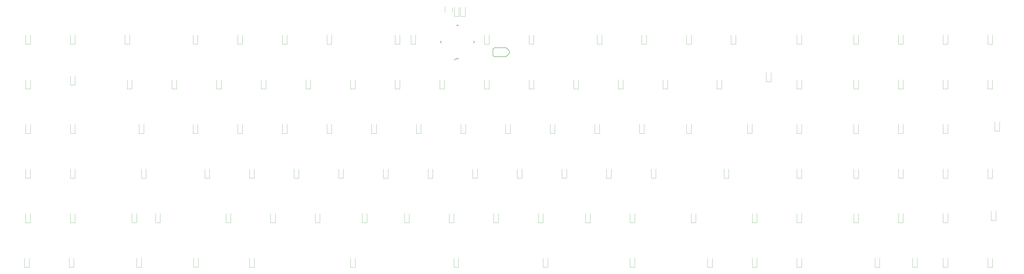
<source format=gbo>
G04 #@! TF.GenerationSoftware,KiCad,Pcbnew,(5.0.0-rc2-dev-733-g23a9fcd91)*
G04 #@! TF.CreationDate,2018-06-11T13:16:23-04:00*
G04 #@! TF.ProjectId,100plus-2,313030706C75732D322E6B696361645F,rev?*
G04 #@! TF.SameCoordinates,Original*
G04 #@! TF.FileFunction,Legend,Bot*
G04 #@! TF.FilePolarity,Positive*
%FSLAX45Y45*%
G04 Gerber Fmt 4.5, Leading zero omitted, Abs format (unit mm)*
G04 Created by KiCad (PCBNEW (5.0.0-rc2-dev-733-g23a9fcd91)) date 06/11/18 13:16:23*
%MOMM*%
%LPD*%
G01*
G04 APERTURE LIST*
%ADD10C,0.120000*%
%ADD11C,0.127000*%
%ADD12C,0.150000*%
G04 APERTURE END LIST*
D10*
X11800000Y-15625000D02*
X11800000Y-15235000D01*
X11600000Y-15625000D02*
X11600000Y-15235000D01*
X11800000Y-15625000D02*
X11600000Y-15625000D01*
X33000000Y-13725000D02*
X33000000Y-13335000D01*
X32800000Y-13725000D02*
X32800000Y-13335000D01*
X33000000Y-13725000D02*
X32800000Y-13725000D01*
X25118000Y-8737000D02*
X25118000Y-8347000D01*
X24918000Y-8737000D02*
X24918000Y-8347000D01*
X25118000Y-8737000D02*
X24918000Y-8737000D01*
X25382000Y-8736000D02*
X25382000Y-8346000D01*
X25182000Y-8736000D02*
X25182000Y-8346000D01*
X25382000Y-8736000D02*
X25182000Y-8736000D01*
X6876250Y-9925000D02*
X6676250Y-9925000D01*
X6676250Y-9925000D02*
X6676250Y-9535000D01*
X6876250Y-9925000D02*
X6876250Y-9535000D01*
X8776250Y-9925000D02*
X8776250Y-9535000D01*
X8576250Y-9925000D02*
X8576250Y-9535000D01*
X8776250Y-9925000D02*
X8576250Y-9925000D01*
X11100000Y-9925000D02*
X10900000Y-9925000D01*
X10900000Y-9925000D02*
X10900000Y-9535000D01*
X11100000Y-9925000D02*
X11100000Y-9535000D01*
X14000000Y-9925000D02*
X14000000Y-9535000D01*
X13800000Y-9925000D02*
X13800000Y-9535000D01*
X14000000Y-9925000D02*
X13800000Y-9925000D01*
X15900000Y-9925000D02*
X15700000Y-9925000D01*
X15700000Y-9925000D02*
X15700000Y-9535000D01*
X15900000Y-9925000D02*
X15900000Y-9535000D01*
X17800000Y-9925000D02*
X17800000Y-9535000D01*
X17600000Y-9925000D02*
X17600000Y-9535000D01*
X17800000Y-9925000D02*
X17600000Y-9925000D01*
X19700000Y-9925000D02*
X19500000Y-9925000D01*
X19500000Y-9925000D02*
X19500000Y-9535000D01*
X19700000Y-9925000D02*
X19700000Y-9535000D01*
X22600000Y-9925000D02*
X22600000Y-9535000D01*
X22400000Y-9925000D02*
X22400000Y-9535000D01*
X22600000Y-9925000D02*
X22400000Y-9925000D01*
X23273000Y-9922000D02*
X23073000Y-9922000D01*
X23073000Y-9922000D02*
X23073000Y-9532000D01*
X23273000Y-9922000D02*
X23273000Y-9532000D01*
X26400000Y-9925000D02*
X26200000Y-9925000D01*
X26200000Y-9925000D02*
X26200000Y-9535000D01*
X26400000Y-9925000D02*
X26400000Y-9535000D01*
X28300000Y-9925000D02*
X28100000Y-9925000D01*
X28100000Y-9925000D02*
X28100000Y-9535000D01*
X28300000Y-9925000D02*
X28300000Y-9535000D01*
X31200000Y-9925000D02*
X31200000Y-9535000D01*
X31000000Y-9925000D02*
X31000000Y-9535000D01*
X31200000Y-9925000D02*
X31000000Y-9925000D01*
X33100000Y-9925000D02*
X32900000Y-9925000D01*
X32900000Y-9925000D02*
X32900000Y-9535000D01*
X33100000Y-9925000D02*
X33100000Y-9535000D01*
X35000000Y-9925000D02*
X35000000Y-9535000D01*
X34800000Y-9925000D02*
X34800000Y-9535000D01*
X35000000Y-9925000D02*
X34800000Y-9925000D01*
X36900000Y-9925000D02*
X36700000Y-9925000D01*
X36700000Y-9925000D02*
X36700000Y-9535000D01*
X36900000Y-9925000D02*
X36900000Y-9535000D01*
X39700000Y-9925000D02*
X39700000Y-9535000D01*
X39500000Y-9925000D02*
X39500000Y-9535000D01*
X39700000Y-9925000D02*
X39500000Y-9925000D01*
X42123750Y-9925000D02*
X41923750Y-9925000D01*
X41923750Y-9925000D02*
X41923750Y-9535000D01*
X42123750Y-9925000D02*
X42123750Y-9535000D01*
X44023750Y-9925000D02*
X44023750Y-9535000D01*
X43823750Y-9925000D02*
X43823750Y-9535000D01*
X44023750Y-9925000D02*
X43823750Y-9925000D01*
X45923750Y-9925000D02*
X45723750Y-9925000D01*
X45723750Y-9925000D02*
X45723750Y-9535000D01*
X45923750Y-9925000D02*
X45923750Y-9535000D01*
X47823750Y-9925000D02*
X47823750Y-9535000D01*
X47623750Y-9925000D02*
X47623750Y-9535000D01*
X47823750Y-9925000D02*
X47623750Y-9925000D01*
X6876250Y-11825000D02*
X6676250Y-11825000D01*
X6676250Y-11825000D02*
X6676250Y-11435000D01*
X6876250Y-11825000D02*
X6876250Y-11435000D01*
X8776250Y-11655000D02*
X8776250Y-11265000D01*
X8576250Y-11655000D02*
X8576250Y-11265000D01*
X8776250Y-11655000D02*
X8576250Y-11655000D01*
X11200000Y-11825000D02*
X11000000Y-11825000D01*
X11000000Y-11825000D02*
X11000000Y-11435000D01*
X11200000Y-11825000D02*
X11200000Y-11435000D01*
X13100000Y-11825000D02*
X13100000Y-11435000D01*
X12900000Y-11825000D02*
X12900000Y-11435000D01*
X13100000Y-11825000D02*
X12900000Y-11825000D01*
X15000000Y-11825000D02*
X14800000Y-11825000D01*
X14800000Y-11825000D02*
X14800000Y-11435000D01*
X15000000Y-11825000D02*
X15000000Y-11435000D01*
X16900000Y-11825000D02*
X16900000Y-11435000D01*
X16700000Y-11825000D02*
X16700000Y-11435000D01*
X16900000Y-11825000D02*
X16700000Y-11825000D01*
X18800000Y-11825000D02*
X18600000Y-11825000D01*
X18600000Y-11825000D02*
X18600000Y-11435000D01*
X18800000Y-11825000D02*
X18800000Y-11435000D01*
X20700000Y-11825000D02*
X20700000Y-11435000D01*
X20500000Y-11825000D02*
X20500000Y-11435000D01*
X20700000Y-11825000D02*
X20500000Y-11825000D01*
X22600000Y-11825000D02*
X22400000Y-11825000D01*
X22400000Y-11825000D02*
X22400000Y-11435000D01*
X22600000Y-11825000D02*
X22600000Y-11435000D01*
X24500000Y-11825000D02*
X24500000Y-11435000D01*
X24300000Y-11825000D02*
X24300000Y-11435000D01*
X24500000Y-11825000D02*
X24300000Y-11825000D01*
X26400000Y-11825000D02*
X26400000Y-11435000D01*
X26200000Y-11825000D02*
X26200000Y-11435000D01*
X26400000Y-11825000D02*
X26200000Y-11825000D01*
X28300000Y-11825000D02*
X28300000Y-11435000D01*
X28100000Y-11825000D02*
X28100000Y-11435000D01*
X28300000Y-11825000D02*
X28100000Y-11825000D01*
X30200000Y-11825000D02*
X30000000Y-11825000D01*
X30000000Y-11825000D02*
X30000000Y-11435000D01*
X30200000Y-11825000D02*
X30200000Y-11435000D01*
X32100000Y-11825000D02*
X32100000Y-11435000D01*
X31900000Y-11825000D02*
X31900000Y-11435000D01*
X32100000Y-11825000D02*
X31900000Y-11825000D01*
X34000000Y-11825000D02*
X33800000Y-11825000D01*
X33800000Y-11825000D02*
X33800000Y-11435000D01*
X34000000Y-11825000D02*
X34000000Y-11435000D01*
X36300000Y-11825000D02*
X36300000Y-11435000D01*
X36100000Y-11825000D02*
X36100000Y-11435000D01*
X36300000Y-11825000D02*
X36100000Y-11825000D01*
X38400000Y-11525000D02*
X38200000Y-11525000D01*
X38200000Y-11525000D02*
X38200000Y-11135000D01*
X38400000Y-11525000D02*
X38400000Y-11135000D01*
X39700000Y-11825000D02*
X39700000Y-11435000D01*
X39500000Y-11825000D02*
X39500000Y-11435000D01*
X39700000Y-11825000D02*
X39500000Y-11825000D01*
X42123750Y-11825000D02*
X41923750Y-11825000D01*
X41923750Y-11825000D02*
X41923750Y-11435000D01*
X42123750Y-11825000D02*
X42123750Y-11435000D01*
X44023750Y-11825000D02*
X44023750Y-11435000D01*
X43823750Y-11825000D02*
X43823750Y-11435000D01*
X44023750Y-11825000D02*
X43823750Y-11825000D01*
X45923750Y-11825000D02*
X45923750Y-11435000D01*
X45723750Y-11825000D02*
X45723750Y-11435000D01*
X45923750Y-11825000D02*
X45723750Y-11825000D01*
X47823750Y-11825000D02*
X47823750Y-11435000D01*
X47623750Y-11825000D02*
X47623750Y-11435000D01*
X47823750Y-11825000D02*
X47623750Y-11825000D01*
X6876250Y-13725000D02*
X6676250Y-13725000D01*
X6676250Y-13725000D02*
X6676250Y-13335000D01*
X6876250Y-13725000D02*
X6876250Y-13335000D01*
X8776250Y-13725000D02*
X8776250Y-13335000D01*
X8576250Y-13725000D02*
X8576250Y-13335000D01*
X8776250Y-13725000D02*
X8576250Y-13725000D01*
X11700000Y-13725000D02*
X11500000Y-13725000D01*
X11500000Y-13725000D02*
X11500000Y-13335000D01*
X11700000Y-13725000D02*
X11700000Y-13335000D01*
X14000000Y-13725000D02*
X14000000Y-13335000D01*
X13800000Y-13725000D02*
X13800000Y-13335000D01*
X14000000Y-13725000D02*
X13800000Y-13725000D01*
X15900000Y-13725000D02*
X15700000Y-13725000D01*
X15700000Y-13725000D02*
X15700000Y-13335000D01*
X15900000Y-13725000D02*
X15900000Y-13335000D01*
X17800000Y-13725000D02*
X17800000Y-13335000D01*
X17600000Y-13725000D02*
X17600000Y-13335000D01*
X17800000Y-13725000D02*
X17600000Y-13725000D01*
X19700000Y-13725000D02*
X19500000Y-13725000D01*
X19500000Y-13725000D02*
X19500000Y-13335000D01*
X19700000Y-13725000D02*
X19700000Y-13335000D01*
X21600000Y-13725000D02*
X21600000Y-13335000D01*
X21400000Y-13725000D02*
X21400000Y-13335000D01*
X21600000Y-13725000D02*
X21400000Y-13725000D01*
X23500000Y-13725000D02*
X23300000Y-13725000D01*
X23300000Y-13725000D02*
X23300000Y-13335000D01*
X23500000Y-13725000D02*
X23500000Y-13335000D01*
X25400000Y-13725000D02*
X25400000Y-13335000D01*
X25200000Y-13725000D02*
X25200000Y-13335000D01*
X25400000Y-13725000D02*
X25200000Y-13725000D01*
X27300000Y-13725000D02*
X27100000Y-13725000D01*
X27100000Y-13725000D02*
X27100000Y-13335000D01*
X27300000Y-13725000D02*
X27300000Y-13335000D01*
X29200000Y-13725000D02*
X29200000Y-13335000D01*
X29000000Y-13725000D02*
X29000000Y-13335000D01*
X29200000Y-13725000D02*
X29000000Y-13725000D01*
X31100000Y-13725000D02*
X30900000Y-13725000D01*
X30900000Y-13725000D02*
X30900000Y-13335000D01*
X31100000Y-13725000D02*
X31100000Y-13335000D01*
X35000000Y-13725000D02*
X34800000Y-13725000D01*
X34800000Y-13725000D02*
X34800000Y-13335000D01*
X35000000Y-13725000D02*
X35000000Y-13335000D01*
X37597000Y-13716000D02*
X37597000Y-13326000D01*
X37397000Y-13716000D02*
X37397000Y-13326000D01*
X37597000Y-13716000D02*
X37397000Y-13716000D01*
X39700000Y-13725000D02*
X39500000Y-13725000D01*
X39500000Y-13725000D02*
X39500000Y-13335000D01*
X39700000Y-13725000D02*
X39700000Y-13335000D01*
X42123750Y-13725000D02*
X42123750Y-13335000D01*
X41923750Y-13725000D02*
X41923750Y-13335000D01*
X42123750Y-13725000D02*
X41923750Y-13725000D01*
X44023750Y-13725000D02*
X43823750Y-13725000D01*
X43823750Y-13725000D02*
X43823750Y-13335000D01*
X44023750Y-13725000D02*
X44023750Y-13335000D01*
X45923750Y-13725000D02*
X45923750Y-13335000D01*
X45723750Y-13725000D02*
X45723750Y-13335000D01*
X45923750Y-13725000D02*
X45723750Y-13725000D01*
X48123750Y-13625000D02*
X47923750Y-13625000D01*
X47923750Y-13625000D02*
X47923750Y-13235000D01*
X48123750Y-13625000D02*
X48123750Y-13235000D01*
X6876250Y-15625000D02*
X6876250Y-15235000D01*
X6676250Y-15625000D02*
X6676250Y-15235000D01*
X6876250Y-15625000D02*
X6676250Y-15625000D01*
X8776250Y-15625000D02*
X8576250Y-15625000D01*
X8576250Y-15625000D02*
X8576250Y-15235000D01*
X8776250Y-15625000D02*
X8776250Y-15235000D01*
X14500000Y-15625000D02*
X14300000Y-15625000D01*
X14300000Y-15625000D02*
X14300000Y-15235000D01*
X14500000Y-15625000D02*
X14500000Y-15235000D01*
X16400000Y-15625000D02*
X16400000Y-15235000D01*
X16200000Y-15625000D02*
X16200000Y-15235000D01*
X16400000Y-15625000D02*
X16200000Y-15625000D01*
X18300000Y-15625000D02*
X18100000Y-15625000D01*
X18100000Y-15625000D02*
X18100000Y-15235000D01*
X18300000Y-15625000D02*
X18300000Y-15235000D01*
X20200000Y-15625000D02*
X20200000Y-15235000D01*
X20000000Y-15625000D02*
X20000000Y-15235000D01*
X20200000Y-15625000D02*
X20000000Y-15625000D01*
X22100000Y-15625000D02*
X21900000Y-15625000D01*
X21900000Y-15625000D02*
X21900000Y-15235000D01*
X22100000Y-15625000D02*
X22100000Y-15235000D01*
X24000000Y-15625000D02*
X24000000Y-15235000D01*
X23800000Y-15625000D02*
X23800000Y-15235000D01*
X24000000Y-15625000D02*
X23800000Y-15625000D01*
X25900000Y-15625000D02*
X25700000Y-15625000D01*
X25700000Y-15625000D02*
X25700000Y-15235000D01*
X25900000Y-15625000D02*
X25900000Y-15235000D01*
X27800000Y-15625000D02*
X27600000Y-15625000D01*
X27600000Y-15625000D02*
X27600000Y-15235000D01*
X27800000Y-15625000D02*
X27800000Y-15235000D01*
X29700000Y-15625000D02*
X29500000Y-15625000D01*
X29500000Y-15625000D02*
X29500000Y-15235000D01*
X29700000Y-15625000D02*
X29700000Y-15235000D01*
X31600000Y-15625000D02*
X31600000Y-15235000D01*
X31400000Y-15625000D02*
X31400000Y-15235000D01*
X31600000Y-15625000D02*
X31400000Y-15625000D01*
X33500000Y-15625000D02*
X33300000Y-15625000D01*
X33300000Y-15625000D02*
X33300000Y-15235000D01*
X33500000Y-15625000D02*
X33500000Y-15235000D01*
X36600000Y-15625000D02*
X36600000Y-15235000D01*
X36400000Y-15625000D02*
X36400000Y-15235000D01*
X36600000Y-15625000D02*
X36400000Y-15625000D01*
X39700000Y-15625000D02*
X39500000Y-15625000D01*
X39500000Y-15625000D02*
X39500000Y-15235000D01*
X39700000Y-15625000D02*
X39700000Y-15235000D01*
X42123750Y-15625000D02*
X42123750Y-15235000D01*
X41923750Y-15625000D02*
X41923750Y-15235000D01*
X42123750Y-15625000D02*
X41923750Y-15625000D01*
X44023750Y-15625000D02*
X43823750Y-15625000D01*
X43823750Y-15625000D02*
X43823750Y-15235000D01*
X44023750Y-15625000D02*
X44023750Y-15235000D01*
X45923750Y-15625000D02*
X45923750Y-15235000D01*
X45723750Y-15625000D02*
X45723750Y-15235000D01*
X45923750Y-15625000D02*
X45723750Y-15625000D01*
X47823750Y-15625000D02*
X47623750Y-15625000D01*
X47623750Y-15625000D02*
X47623750Y-15235000D01*
X47823750Y-15625000D02*
X47823750Y-15235000D01*
X6876250Y-17525000D02*
X6676250Y-17525000D01*
X6676250Y-17525000D02*
X6676250Y-17135000D01*
X6876250Y-17525000D02*
X6876250Y-17135000D01*
X8776250Y-17525000D02*
X8576250Y-17525000D01*
X8576250Y-17525000D02*
X8576250Y-17135000D01*
X8776250Y-17525000D02*
X8776250Y-17135000D01*
X11400000Y-17525000D02*
X11200000Y-17525000D01*
X11200000Y-17525000D02*
X11200000Y-17135000D01*
X11400000Y-17525000D02*
X11400000Y-17135000D01*
X12400000Y-17525000D02*
X12400000Y-17135000D01*
X12200000Y-17525000D02*
X12200000Y-17135000D01*
X12400000Y-17525000D02*
X12200000Y-17525000D01*
X15400000Y-17525000D02*
X15200000Y-17525000D01*
X15200000Y-17525000D02*
X15200000Y-17135000D01*
X15400000Y-17525000D02*
X15400000Y-17135000D01*
X17300000Y-17525000D02*
X17300000Y-17135000D01*
X17100000Y-17525000D02*
X17100000Y-17135000D01*
X17300000Y-17525000D02*
X17100000Y-17525000D01*
X19200000Y-17525000D02*
X19200000Y-17135000D01*
X19000000Y-17525000D02*
X19000000Y-17135000D01*
X19200000Y-17525000D02*
X19000000Y-17525000D01*
X21200000Y-17525000D02*
X21000000Y-17525000D01*
X21000000Y-17525000D02*
X21000000Y-17135000D01*
X21200000Y-17525000D02*
X21200000Y-17135000D01*
X23000000Y-17525000D02*
X23000000Y-17135000D01*
X22800000Y-17525000D02*
X22800000Y-17135000D01*
X23000000Y-17525000D02*
X22800000Y-17525000D01*
X24900000Y-17525000D02*
X24900000Y-17135000D01*
X24700000Y-17525000D02*
X24700000Y-17135000D01*
X24900000Y-17525000D02*
X24700000Y-17525000D01*
X26800000Y-17525000D02*
X26800000Y-17135000D01*
X26600000Y-17525000D02*
X26600000Y-17135000D01*
X26800000Y-17525000D02*
X26600000Y-17525000D01*
X28700000Y-17525000D02*
X28700000Y-17135000D01*
X28500000Y-17525000D02*
X28500000Y-17135000D01*
X28700000Y-17525000D02*
X28500000Y-17525000D01*
X30700000Y-17525000D02*
X30700000Y-17135000D01*
X30500000Y-17525000D02*
X30500000Y-17135000D01*
X30700000Y-17525000D02*
X30500000Y-17525000D01*
X32600000Y-17525000D02*
X32600000Y-17135000D01*
X32400000Y-17525000D02*
X32400000Y-17135000D01*
X32600000Y-17525000D02*
X32400000Y-17525000D01*
X35200000Y-17525000D02*
X35000000Y-17525000D01*
X35000000Y-17525000D02*
X35000000Y-17135000D01*
X35200000Y-17525000D02*
X35200000Y-17135000D01*
X37800000Y-17525000D02*
X37600000Y-17525000D01*
X37600000Y-17525000D02*
X37600000Y-17135000D01*
X37800000Y-17525000D02*
X37800000Y-17135000D01*
X39700000Y-17525000D02*
X39700000Y-17135000D01*
X39500000Y-17525000D02*
X39500000Y-17135000D01*
X39700000Y-17525000D02*
X39500000Y-17525000D01*
X42123750Y-17525000D02*
X42123750Y-17135000D01*
X41923750Y-17525000D02*
X41923750Y-17135000D01*
X42123750Y-17525000D02*
X41923750Y-17525000D01*
X44023750Y-17525000D02*
X44023750Y-17135000D01*
X43823750Y-17525000D02*
X43823750Y-17135000D01*
X44023750Y-17525000D02*
X43823750Y-17525000D01*
X45923750Y-17525000D02*
X45923750Y-17135000D01*
X45723750Y-17525000D02*
X45723750Y-17135000D01*
X45923750Y-17525000D02*
X45723750Y-17525000D01*
X47973750Y-17425000D02*
X47773750Y-17425000D01*
X47773750Y-17425000D02*
X47773750Y-17035000D01*
X47973750Y-17425000D02*
X47973750Y-17035000D01*
X6826250Y-19425000D02*
X6626250Y-19425000D01*
X6626250Y-19425000D02*
X6626250Y-19035000D01*
X6826250Y-19425000D02*
X6826250Y-19035000D01*
X8726250Y-19425000D02*
X8526250Y-19425000D01*
X8526250Y-19425000D02*
X8526250Y-19035000D01*
X8726250Y-19425000D02*
X8726250Y-19035000D01*
X11600000Y-19425000D02*
X11600000Y-19035000D01*
X11400000Y-19425000D02*
X11400000Y-19035000D01*
X11600000Y-19425000D02*
X11400000Y-19425000D01*
X16400000Y-19425000D02*
X16400000Y-19035000D01*
X16200000Y-19425000D02*
X16200000Y-19035000D01*
X16400000Y-19425000D02*
X16200000Y-19425000D01*
X20700000Y-19425000D02*
X20500000Y-19425000D01*
X20500000Y-19425000D02*
X20500000Y-19035000D01*
X20700000Y-19425000D02*
X20700000Y-19035000D01*
X25100000Y-19425000D02*
X24900000Y-19425000D01*
X24900000Y-19425000D02*
X24900000Y-19035000D01*
X25100000Y-19425000D02*
X25100000Y-19035000D01*
X28900000Y-19425000D02*
X28700000Y-19425000D01*
X28700000Y-19425000D02*
X28700000Y-19035000D01*
X28900000Y-19425000D02*
X28900000Y-19035000D01*
X32600000Y-19425000D02*
X32600000Y-19035000D01*
X32400000Y-19425000D02*
X32400000Y-19035000D01*
X32600000Y-19425000D02*
X32400000Y-19425000D01*
X35900000Y-19425000D02*
X35700000Y-19425000D01*
X35700000Y-19425000D02*
X35700000Y-19035000D01*
X35900000Y-19425000D02*
X35900000Y-19035000D01*
X37800000Y-19425000D02*
X37600000Y-19425000D01*
X37600000Y-19425000D02*
X37600000Y-19035000D01*
X37800000Y-19425000D02*
X37800000Y-19035000D01*
X39700000Y-19425000D02*
X39500000Y-19425000D01*
X39500000Y-19425000D02*
X39500000Y-19035000D01*
X39700000Y-19425000D02*
X39700000Y-19035000D01*
X43023750Y-19425000D02*
X42823750Y-19425000D01*
X42823750Y-19425000D02*
X42823750Y-19035000D01*
X43023750Y-19425000D02*
X43023750Y-19035000D01*
X44623750Y-19425000D02*
X44423750Y-19425000D01*
X44423750Y-19425000D02*
X44423750Y-19035000D01*
X44623750Y-19425000D02*
X44623750Y-19035000D01*
X45923750Y-19425000D02*
X45923750Y-19035000D01*
X45723750Y-19425000D02*
X45723750Y-19035000D01*
X45923750Y-19425000D02*
X45723750Y-19425000D01*
X47823750Y-19425000D02*
X47623750Y-19425000D01*
X47623750Y-19425000D02*
X47623750Y-19035000D01*
X47823750Y-19425000D02*
X47823750Y-19035000D01*
D11*
X26655650Y-10456000D02*
X27124280Y-10456000D01*
X26655650Y-10075000D02*
X27124280Y-10075000D01*
X27242390Y-10337890D02*
X27124280Y-10456000D01*
X27242390Y-10193110D02*
X27124280Y-10075000D01*
X27242390Y-10193110D02*
G75*
G02X27242390Y-10337890I-72390J-72390D01*
G01*
X26560400Y-10170250D02*
X26560400Y-10360750D01*
X26655650Y-10456000D02*
G75*
G02X26560400Y-10360750I0J95250D01*
G01*
X26560400Y-10170250D02*
G75*
G02X26655650Y-10075000I95250J0D01*
G01*
D10*
X24844000Y-8390000D02*
X24844000Y-8570000D01*
X24522000Y-8570000D02*
X24522000Y-8325000D01*
D12*
X25054000Y-10561856D02*
X25013341Y-10521197D01*
X25785855Y-9830000D02*
X25738126Y-9782270D01*
X25054000Y-9098145D02*
X25101730Y-9145874D01*
X24322144Y-9830000D02*
X24369874Y-9877730D01*
X25054000Y-10561856D02*
X25101730Y-10514126D01*
X24322144Y-9830000D02*
X24369874Y-9782270D01*
X25054000Y-9098145D02*
X25006270Y-9145874D01*
X25785855Y-9830000D02*
X25738126Y-9877730D01*
X25013341Y-10521197D02*
X24923185Y-10611353D01*
D10*
X14024000Y-19416000D02*
X13824000Y-19416000D01*
X13824000Y-19416000D02*
X13824000Y-19026000D01*
X14024000Y-19416000D02*
X14024000Y-19026000D01*
M02*

</source>
